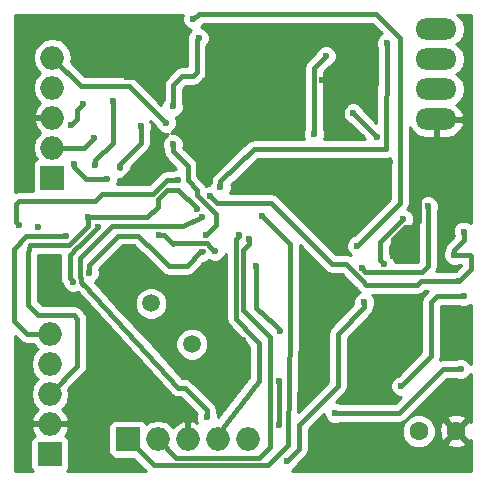
<source format=gbr>
G04 #@! TF.FileFunction,Copper,L2,Bot,Signal*
%FSLAX46Y46*%
G04 Gerber Fmt 4.6, Leading zero omitted, Abs format (unit mm)*
G04 Created by KiCad (PCBNEW 4.0.4-stable) date 06/04/17 23:31:50*
%MOMM*%
%LPD*%
G01*
G04 APERTURE LIST*
%ADD10C,0.100000*%
%ADD11C,1.600200*%
%ADD12C,1.500000*%
%ADD13O,3.500120X1.800860*%
%ADD14O,1.998980X1.998980*%
%ADD15R,1.998980X1.998980*%
%ADD16C,0.600000*%
%ADD17C,0.400000*%
%ADD18C,0.254000*%
G04 APERTURE END LIST*
D10*
D11*
X46969680Y-194066160D03*
X50144680Y-194066160D03*
D12*
X27750000Y-186700000D03*
X24299319Y-183249319D03*
D13*
X48442880Y-160050480D03*
X48442880Y-162590480D03*
X48442880Y-165130480D03*
X48442880Y-167670480D03*
D14*
X15740000Y-188375000D03*
D15*
X15740000Y-195995000D03*
D14*
X15740000Y-193455000D03*
X15740000Y-190915000D03*
X15740000Y-185835000D03*
X15940000Y-164985000D03*
D15*
X15940000Y-172605000D03*
D14*
X15940000Y-170065000D03*
X15940000Y-167525000D03*
X15940000Y-162445000D03*
X29960000Y-194745000D03*
D15*
X22340000Y-194745000D03*
D14*
X24880000Y-194745000D03*
X27420000Y-194745000D03*
X32500000Y-194745000D03*
D16*
X35160000Y-189860000D03*
X46880000Y-184310000D03*
X44520000Y-184600000D03*
X41840000Y-171620000D03*
X44550000Y-171270000D03*
X46730000Y-170250000D03*
X42150000Y-169170000D03*
X41600000Y-164275000D03*
X40610000Y-196195000D03*
X35150000Y-193560000D03*
X44820000Y-179265000D03*
X49510000Y-187535000D03*
X32100000Y-186340000D03*
X37350000Y-187380000D03*
X24470000Y-168790000D03*
X21630000Y-173030000D03*
X29260000Y-161890000D03*
X38790000Y-164295000D03*
X14732000Y-176784000D03*
X30226000Y-180594000D03*
X20066000Y-181356000D03*
X16002000Y-180594000D03*
X38650000Y-188900000D03*
X35500000Y-160440000D03*
X22275000Y-164045000D03*
X25820000Y-159510000D03*
X15200000Y-183075000D03*
X28460000Y-164995000D03*
X40070000Y-160525000D03*
X36030000Y-173615000D03*
X19480000Y-169225000D03*
X24960000Y-177445000D03*
X17700000Y-181420000D03*
X19800000Y-176820000D03*
X50800000Y-182626000D03*
X45466000Y-190246000D03*
X43434000Y-169164000D03*
X41402000Y-167132000D03*
X23410000Y-168270000D03*
X21660000Y-171740000D03*
X29718000Y-178816000D03*
X43990000Y-179870000D03*
X45650000Y-176120000D03*
X50540000Y-188790000D03*
X39900000Y-192540000D03*
X18990000Y-175945000D03*
X28170000Y-175295000D03*
X17100000Y-177500000D03*
X30180000Y-173395000D03*
X44270000Y-161185000D03*
X19020000Y-180655000D03*
X28590000Y-178895000D03*
X33190000Y-180060000D03*
X35180000Y-185590000D03*
X50770000Y-177180000D03*
X49960000Y-179125000D03*
X29310000Y-174155000D03*
X50390000Y-181375000D03*
X42122060Y-180252781D03*
X42350000Y-183160000D03*
X35814000Y-196596000D03*
X47752000Y-175006000D03*
X39116000Y-162306000D03*
X38100000Y-168910000D03*
X21050000Y-166140000D03*
X19560000Y-171560000D03*
X28940000Y-177450000D03*
X26170000Y-169745000D03*
X28320000Y-160785000D03*
X26120000Y-166565000D03*
X33660000Y-175885000D03*
X32630000Y-177830000D03*
X31780000Y-177440000D03*
X41730000Y-178375000D03*
X27890000Y-159175000D03*
X26550000Y-172785000D03*
X13130000Y-176650000D03*
X28630000Y-175955000D03*
X29040000Y-192905000D03*
X25570000Y-167980000D03*
X17780000Y-171450000D03*
X17526000Y-168148000D03*
X18542000Y-166370000D03*
X20574000Y-172720000D03*
D17*
X24970000Y-162720000D02*
X24970000Y-160360000D01*
X24970000Y-160360000D02*
X25820000Y-159510000D01*
X23645000Y-164045000D02*
X24970000Y-162720000D01*
X22275000Y-164045000D02*
X23645000Y-164045000D01*
X40760000Y-166560000D02*
X40760000Y-165115000D01*
X40760000Y-165115000D02*
X41600000Y-164275000D01*
X46970000Y-174190000D02*
X46970000Y-171130000D01*
X46970000Y-171130000D02*
X46945000Y-171105000D01*
X44820000Y-177798542D02*
X45798541Y-176820001D01*
X45798541Y-176820001D02*
X46399999Y-176820001D01*
X46399999Y-176820001D02*
X46970000Y-176250000D01*
X44820000Y-179265000D02*
X44820000Y-177798542D01*
X35160000Y-189860000D02*
X35160000Y-193550000D01*
X35160000Y-193550000D02*
X35150000Y-193560000D01*
X44520000Y-184600000D02*
X46590000Y-184600000D01*
X46590000Y-184600000D02*
X46880000Y-184310000D01*
X41840000Y-171620000D02*
X43820000Y-171620000D01*
X44170000Y-171270000D02*
X44550000Y-171270000D01*
X43820000Y-171620000D02*
X44170000Y-171270000D01*
X46730000Y-170250000D02*
X47060000Y-170250000D01*
X47060000Y-170250000D02*
X47230000Y-170420000D01*
X41830000Y-169000000D02*
X41980000Y-169000000D01*
X41060000Y-168230000D02*
X41830000Y-169000000D01*
X40490000Y-168230000D02*
X41060000Y-168230000D01*
X41980000Y-169000000D02*
X42150000Y-169170000D01*
X40490000Y-166830000D02*
X40490000Y-168230000D01*
X40760000Y-166560000D02*
X40490000Y-166830000D01*
X40490000Y-168230000D02*
X40550000Y-168290000D01*
X46945000Y-171105000D02*
X47230000Y-170820000D01*
X47230000Y-170820000D02*
X47230000Y-170420000D01*
X48442880Y-169207120D02*
X48442880Y-167670480D01*
X47230000Y-170420000D02*
X48442880Y-169207120D01*
X46970000Y-174190000D02*
X46945000Y-174165000D01*
X46945000Y-174165000D02*
X46940000Y-174160000D01*
X46970000Y-176250000D02*
X46970000Y-174190000D01*
X21630000Y-173030000D02*
X22100000Y-172560000D01*
X22100000Y-172560000D02*
X22130000Y-172560000D01*
X22130000Y-172560000D02*
X24470000Y-170220000D01*
X24470000Y-170220000D02*
X24470000Y-168790000D01*
X22275000Y-164045000D02*
X22270000Y-164040000D01*
X15090000Y-183185000D02*
X15090000Y-183205000D01*
X15200000Y-183075000D02*
X15090000Y-183185000D01*
X18640000Y-170065000D02*
X15940000Y-170065000D01*
X19480000Y-169225000D02*
X18640000Y-170065000D01*
X19470001Y-177119999D02*
X18161273Y-178428727D01*
X18161273Y-178428727D02*
X18068876Y-178490885D01*
X18068876Y-178490885D02*
X17400001Y-179159760D01*
X17400001Y-179159760D02*
X17400001Y-181120001D01*
X17400001Y-181120001D02*
X17700000Y-181420000D01*
X19800000Y-176820000D02*
X19500001Y-177119999D01*
X19500001Y-177119999D02*
X19470001Y-177119999D01*
X26199264Y-178260000D02*
X26291264Y-178168000D01*
X26291264Y-178168000D02*
X29070000Y-178168000D01*
X29070000Y-178168000D02*
X29418001Y-178516001D01*
X29418001Y-178516001D02*
X29718000Y-178816000D01*
X24960000Y-177445000D02*
X25384264Y-177445000D01*
X25384264Y-177445000D02*
X26199264Y-178260000D01*
X19800000Y-176820000D02*
X19740000Y-176880000D01*
X48514000Y-182626000D02*
X50800000Y-182626000D01*
X48006000Y-183134000D02*
X48514000Y-182626000D01*
X48006000Y-187706000D02*
X48006000Y-183134000D01*
X46228000Y-189484000D02*
X48006000Y-187706000D01*
X45466000Y-190246000D02*
X46228000Y-189484000D01*
X43180000Y-168910000D02*
X43434000Y-169164000D01*
X41402000Y-167132000D02*
X43180000Y-168910000D01*
X21660000Y-171740000D02*
X21660000Y-171460000D01*
X23420000Y-168280000D02*
X23410000Y-168270000D01*
X23420000Y-169700000D02*
X23420000Y-168280000D01*
X21660000Y-171460000D02*
X23420000Y-169700000D01*
X21640000Y-171760000D02*
X21630000Y-171760000D01*
X21660000Y-171740000D02*
X21640000Y-171760000D01*
X29718000Y-178816000D02*
X29718000Y-178756000D01*
X43990000Y-179870000D02*
X43690001Y-179570001D01*
X43690001Y-179570001D02*
X43690001Y-178079999D01*
X43690001Y-178079999D02*
X43710000Y-178060000D01*
X43710000Y-178060000D02*
X45650000Y-176120000D01*
X39900000Y-192540000D02*
X45260000Y-192540000D01*
X45260000Y-192540000D02*
X48990000Y-188810000D01*
X50520000Y-188810000D02*
X50540000Y-188790000D01*
X48990000Y-188810000D02*
X50520000Y-188810000D01*
X13900000Y-179010000D02*
X13900000Y-183350000D01*
X18070000Y-188585000D02*
X15740000Y-190915000D01*
X18070000Y-184550000D02*
X18070000Y-188585000D01*
X17740000Y-184220000D02*
X18070000Y-184550000D01*
X14770000Y-184220000D02*
X17740000Y-184220000D01*
X13900000Y-183350000D02*
X14770000Y-184220000D01*
X18990000Y-175945000D02*
X18990000Y-176680000D01*
X13900000Y-179010000D02*
X13910000Y-179040000D01*
X14050000Y-178300000D02*
X13900000Y-179010000D01*
X17370000Y-178300000D02*
X14050000Y-178300000D01*
X18990000Y-176680000D02*
X17370000Y-178300000D01*
X18970000Y-175965000D02*
X18990000Y-175945000D01*
X28170000Y-175205000D02*
X26620000Y-173655000D01*
X26620000Y-173655000D02*
X25650000Y-173655000D01*
X25650000Y-173655000D02*
X24860000Y-174445000D01*
X24860000Y-174445000D02*
X24860000Y-175085000D01*
X24860000Y-175085000D02*
X24000000Y-175945000D01*
X24000000Y-175945000D02*
X18990000Y-175945000D01*
X18990000Y-175945000D02*
X18970000Y-175965000D01*
X28170000Y-175295000D02*
X28170000Y-175205000D01*
X17010872Y-177501857D02*
X17098143Y-177501857D01*
X17098143Y-177501857D02*
X17100000Y-177500000D01*
X12690000Y-183610000D02*
X12690000Y-184760000D01*
X13740000Y-177570000D02*
X12690000Y-178620000D01*
X12690000Y-178620000D02*
X12690000Y-183610000D01*
X17010872Y-177501857D02*
X13740000Y-177570000D01*
X13765000Y-185835000D02*
X15740000Y-185835000D01*
X12690000Y-184760000D02*
X13765000Y-185835000D01*
X17100000Y-177500000D02*
X17100000Y-177510000D01*
X30180000Y-173395000D02*
X30180000Y-172925000D01*
X44300000Y-161215000D02*
X44270000Y-161185000D01*
X44196000Y-170180000D02*
X44300000Y-161215000D01*
X37840000Y-170200000D02*
X44196000Y-170180000D01*
X35306000Y-170180000D02*
X37840000Y-170200000D01*
X34036000Y-170180000D02*
X35306000Y-170180000D01*
X33020000Y-170180000D02*
X34036000Y-170180000D01*
X30180000Y-172925000D02*
X33020000Y-170180000D01*
X19070000Y-179975000D02*
X19070000Y-180605000D01*
X19070000Y-180605000D02*
X19020000Y-180655000D01*
X24010000Y-178285000D02*
X23960000Y-178285000D01*
X28570000Y-178815000D02*
X27330000Y-180055000D01*
X27330000Y-180055000D02*
X25780000Y-180055000D01*
X25780000Y-180055000D02*
X24010000Y-178285000D01*
X28720000Y-178815000D02*
X28670000Y-178815000D01*
X28590000Y-178895000D02*
X28670000Y-178815000D01*
X28720000Y-178815000D02*
X28570000Y-178815000D01*
X21540000Y-177505000D02*
X19070000Y-179975000D01*
X23180000Y-177505000D02*
X21540000Y-177505000D01*
X23960000Y-178285000D02*
X23180000Y-177505000D01*
X35180000Y-185590000D02*
X35180000Y-185470000D01*
X33190000Y-183630000D02*
X34680000Y-184970000D01*
X33190000Y-180060000D02*
X33190000Y-183630000D01*
X35180000Y-185470000D02*
X34680000Y-184970000D01*
X50770000Y-177890736D02*
X50770000Y-177180000D01*
X49960000Y-179125000D02*
X49960000Y-178700736D01*
X49960000Y-178700736D02*
X50770000Y-177890736D01*
X40814645Y-179895156D02*
X39630156Y-179895156D01*
X39630156Y-179895156D02*
X34450000Y-174715000D01*
X46820000Y-181670000D02*
X42520000Y-181670000D01*
X42520000Y-181670000D02*
X42210000Y-181360000D01*
X47115000Y-181375000D02*
X46820000Y-181670000D01*
X50390000Y-181375000D02*
X47115000Y-181375000D01*
X49960000Y-179125000D02*
X51290000Y-179125000D01*
X51390000Y-180375000D02*
X50390000Y-181375000D01*
X51390000Y-179225000D02*
X51390000Y-180375000D01*
X51290000Y-179125000D02*
X51390000Y-179225000D01*
X49980000Y-179105000D02*
X49980000Y-179075000D01*
X49960000Y-179125000D02*
X49980000Y-179105000D01*
X40814645Y-179895156D02*
X42210000Y-181360000D01*
X29880000Y-174715000D02*
X34450000Y-174715000D01*
X29310000Y-174145000D02*
X29880000Y-174715000D01*
X29310000Y-174155000D02*
X29310000Y-174145000D01*
X38100000Y-168910000D02*
X38100000Y-168485736D01*
X38089999Y-168475735D02*
X38089999Y-163332001D01*
X38100000Y-168485736D02*
X38089999Y-168475735D01*
X38089999Y-163332001D02*
X38816001Y-162605999D01*
X38816001Y-162605999D02*
X39116000Y-162306000D01*
X42122060Y-180252781D02*
X42439280Y-180570001D01*
X42439280Y-180570001D02*
X47220001Y-180570001D01*
X47220001Y-180570001D02*
X47244000Y-180594000D01*
X42350000Y-183160000D02*
X42350000Y-183584264D01*
X42350000Y-183584264D02*
X40132000Y-185802264D01*
X40132000Y-185802264D02*
X40132000Y-190246000D01*
X40132000Y-190246000D02*
X36830000Y-193548000D01*
X36830000Y-193548000D02*
X36830000Y-195580000D01*
X36830000Y-195580000D02*
X35814000Y-196596000D01*
X47752000Y-180086000D02*
X47244000Y-180594000D01*
X47752000Y-175006000D02*
X47752000Y-180086000D01*
X19560000Y-171560000D02*
X19560000Y-171135736D01*
X19560000Y-171135736D02*
X21050000Y-169645736D01*
X21050000Y-169645736D02*
X21050000Y-166564264D01*
X21050000Y-166564264D02*
X21050000Y-166140000D01*
X28940000Y-177450000D02*
X29820000Y-176570000D01*
X29820000Y-176570000D02*
X29820000Y-175720000D01*
X29820000Y-175720000D02*
X28200000Y-174100000D01*
X27390000Y-171605000D02*
X26170000Y-170385000D01*
X28200000Y-174100000D02*
X28200000Y-173645000D01*
X28200000Y-173645000D02*
X27390000Y-172835000D01*
X27390000Y-172835000D02*
X27390000Y-171605000D01*
X26170000Y-170385000D02*
X26170000Y-170330000D01*
X26170000Y-170330000D02*
X26170000Y-169745000D01*
X28150000Y-160955000D02*
X28320000Y-160785000D01*
X28150000Y-163685000D02*
X28150000Y-160955000D01*
X27830000Y-164005000D02*
X28150000Y-163685000D01*
X26910000Y-164005000D02*
X27830000Y-164005000D01*
X26200000Y-164715000D02*
X26910000Y-164005000D01*
X26200000Y-166485000D02*
X26200000Y-164715000D01*
X26120000Y-166565000D02*
X26200000Y-166485000D01*
X22340000Y-194745000D02*
X24540000Y-196945000D01*
X36040000Y-178255000D02*
X33670000Y-175885000D01*
X24540000Y-196945000D02*
X34225000Y-196945000D01*
X34225000Y-196945000D02*
X35900000Y-195270000D01*
X35900000Y-195270000D02*
X35900000Y-194610000D01*
X35900000Y-194610000D02*
X36040000Y-185500000D01*
X36040000Y-185500000D02*
X36040000Y-178255000D01*
X33670000Y-175885000D02*
X33660000Y-175885000D01*
X32070000Y-178740000D02*
X32630000Y-178180000D01*
X32630000Y-178180000D02*
X32630000Y-177830000D01*
X32070000Y-183382575D02*
X32070000Y-178740000D01*
X24880000Y-194745000D02*
X26450000Y-196315000D01*
X26450000Y-196315000D02*
X33455000Y-196315000D01*
X33455000Y-196315000D02*
X34360000Y-195410000D01*
X34360000Y-195410000D02*
X34360000Y-186120000D01*
X34360000Y-186120000D02*
X32082101Y-183842101D01*
X32082101Y-183842101D02*
X32070000Y-183382575D01*
X33460000Y-189810000D02*
X33460000Y-186610000D01*
X33460000Y-186610000D02*
X33010000Y-186160000D01*
X31469990Y-177830010D02*
X31780000Y-177520000D01*
X31780000Y-177520000D02*
X31780000Y-177440000D01*
X31500000Y-184530000D02*
X31469990Y-184499990D01*
X31469990Y-184499990D02*
X31469990Y-177830010D01*
X33460000Y-189810000D02*
X29960000Y-194265000D01*
X31500000Y-184530000D02*
X33010000Y-186160000D01*
X29960000Y-194265000D02*
X29960000Y-194745000D01*
X41730000Y-178375000D02*
X45380000Y-174725000D01*
X45380000Y-174725000D02*
X45380000Y-160745000D01*
X45380000Y-160745000D02*
X43360000Y-158725000D01*
X43360000Y-158725000D02*
X28340000Y-158725000D01*
X28340000Y-158725000D02*
X27890000Y-159175000D01*
X20170000Y-173950000D02*
X24506458Y-173950000D01*
X25671458Y-172785000D02*
X26125736Y-172785000D01*
X24506458Y-173950000D02*
X25671458Y-172785000D01*
X26125736Y-172785000D02*
X26550000Y-172785000D01*
X19570000Y-174550000D02*
X20170000Y-173950000D01*
X13100002Y-174550000D02*
X19570000Y-174550000D01*
X12830001Y-174820001D02*
X13100002Y-174550000D01*
X13130000Y-176650000D02*
X12830001Y-176350001D01*
X12830001Y-176350001D02*
X12830001Y-174820001D01*
X26550000Y-172785000D02*
X26560000Y-172785000D01*
X26560000Y-172785000D02*
X26520000Y-172745000D01*
X13070000Y-176590000D02*
X13130000Y-176650000D01*
X20960000Y-176730000D02*
X26990000Y-176730000D01*
X26990000Y-176730000D02*
X27150000Y-176570000D01*
X18319999Y-179370001D02*
X20960000Y-176730000D01*
X18620000Y-181650000D02*
X18580000Y-181650000D01*
X18580000Y-181650000D02*
X18400001Y-181470001D01*
X18400001Y-181470001D02*
X18400001Y-181071003D01*
X18400001Y-181071003D02*
X18319999Y-180991001D01*
X18319999Y-180991001D02*
X18319999Y-179370001D01*
X27135000Y-190375000D02*
X29040000Y-192280000D01*
X29040000Y-192280000D02*
X29040000Y-192905000D01*
X26580000Y-190375000D02*
X27135000Y-190375000D01*
X28630000Y-175955000D02*
X27150000Y-176570000D01*
X18620000Y-181650000D02*
X26580000Y-190375000D01*
X25570000Y-167980000D02*
X22440000Y-164850000D01*
X22440000Y-164850000D02*
X18345000Y-164850000D01*
X18345000Y-164850000D02*
X15940000Y-162445000D01*
X18034000Y-167640000D02*
X18034000Y-166878000D01*
X18796000Y-172720000D02*
X17780000Y-171704000D01*
X17780000Y-171704000D02*
X17780000Y-171450000D01*
X17526000Y-168148000D02*
X18034000Y-167640000D01*
X20574000Y-172720000D02*
X18796000Y-172720000D01*
X18034000Y-166878000D02*
X18542000Y-166370000D01*
D18*
G36*
X51385000Y-193307990D02*
X51152497Y-193237948D01*
X50324285Y-194066160D01*
X51152497Y-194894372D01*
X51385000Y-194824330D01*
X51385000Y-197435000D01*
X36231897Y-197435000D01*
X36342943Y-197389117D01*
X36606192Y-197126327D01*
X36706778Y-196884090D01*
X37420434Y-196170434D01*
X37460815Y-196110000D01*
X37601439Y-195899541D01*
X37665000Y-195580000D01*
X37665000Y-194350367D01*
X45534332Y-194350367D01*
X45752352Y-194878017D01*
X46155700Y-195282069D01*
X46682969Y-195501010D01*
X47253887Y-195501508D01*
X47781537Y-195283488D01*
X47991413Y-195073977D01*
X49316468Y-195073977D01*
X49390615Y-195320107D01*
X49927880Y-195513224D01*
X50498150Y-195486039D01*
X50898745Y-195320107D01*
X50972892Y-195073977D01*
X50144680Y-194245765D01*
X49316468Y-195073977D01*
X47991413Y-195073977D01*
X48185589Y-194880140D01*
X48404530Y-194352871D01*
X48404969Y-193849360D01*
X48697616Y-193849360D01*
X48724801Y-194419630D01*
X48890733Y-194820225D01*
X49136863Y-194894372D01*
X49965075Y-194066160D01*
X49136863Y-193237948D01*
X48890733Y-193312095D01*
X48697616Y-193849360D01*
X48404969Y-193849360D01*
X48405028Y-193781953D01*
X48187008Y-193254303D01*
X47991390Y-193058343D01*
X49316468Y-193058343D01*
X50144680Y-193886555D01*
X50972892Y-193058343D01*
X50898745Y-192812213D01*
X50361480Y-192619096D01*
X49791210Y-192646281D01*
X49390615Y-192812213D01*
X49316468Y-193058343D01*
X47991390Y-193058343D01*
X47783660Y-192850251D01*
X47256391Y-192631310D01*
X46685473Y-192630812D01*
X46157823Y-192848832D01*
X45753771Y-193252180D01*
X45534830Y-193779449D01*
X45534332Y-194350367D01*
X37665000Y-194350367D01*
X37665000Y-193893868D01*
X38964952Y-192593916D01*
X38964838Y-192725167D01*
X39106883Y-193068943D01*
X39369673Y-193332192D01*
X39713201Y-193474838D01*
X40085167Y-193475162D01*
X40327578Y-193375000D01*
X45260000Y-193375000D01*
X45579541Y-193311439D01*
X45850434Y-193130434D01*
X49335868Y-189645000D01*
X50160931Y-189645000D01*
X50353201Y-189724838D01*
X50725167Y-189725162D01*
X51068943Y-189583117D01*
X51332192Y-189320327D01*
X51385000Y-189193152D01*
X51385000Y-193307990D01*
X51385000Y-193307990D01*
G37*
X51385000Y-193307990D02*
X51152497Y-193237948D01*
X50324285Y-194066160D01*
X51152497Y-194894372D01*
X51385000Y-194824330D01*
X51385000Y-197435000D01*
X36231897Y-197435000D01*
X36342943Y-197389117D01*
X36606192Y-197126327D01*
X36706778Y-196884090D01*
X37420434Y-196170434D01*
X37460815Y-196110000D01*
X37601439Y-195899541D01*
X37665000Y-195580000D01*
X37665000Y-194350367D01*
X45534332Y-194350367D01*
X45752352Y-194878017D01*
X46155700Y-195282069D01*
X46682969Y-195501010D01*
X47253887Y-195501508D01*
X47781537Y-195283488D01*
X47991413Y-195073977D01*
X49316468Y-195073977D01*
X49390615Y-195320107D01*
X49927880Y-195513224D01*
X50498150Y-195486039D01*
X50898745Y-195320107D01*
X50972892Y-195073977D01*
X50144680Y-194245765D01*
X49316468Y-195073977D01*
X47991413Y-195073977D01*
X48185589Y-194880140D01*
X48404530Y-194352871D01*
X48404969Y-193849360D01*
X48697616Y-193849360D01*
X48724801Y-194419630D01*
X48890733Y-194820225D01*
X49136863Y-194894372D01*
X49965075Y-194066160D01*
X49136863Y-193237948D01*
X48890733Y-193312095D01*
X48697616Y-193849360D01*
X48404969Y-193849360D01*
X48405028Y-193781953D01*
X48187008Y-193254303D01*
X47991390Y-193058343D01*
X49316468Y-193058343D01*
X50144680Y-193886555D01*
X50972892Y-193058343D01*
X50898745Y-192812213D01*
X50361480Y-192619096D01*
X49791210Y-192646281D01*
X49390615Y-192812213D01*
X49316468Y-193058343D01*
X47991390Y-193058343D01*
X47783660Y-192850251D01*
X47256391Y-192631310D01*
X46685473Y-192630812D01*
X46157823Y-192848832D01*
X45753771Y-193252180D01*
X45534830Y-193779449D01*
X45534332Y-194350367D01*
X37665000Y-194350367D01*
X37665000Y-193893868D01*
X38964952Y-192593916D01*
X38964838Y-192725167D01*
X39106883Y-193068943D01*
X39369673Y-193332192D01*
X39713201Y-193474838D01*
X40085167Y-193475162D01*
X40327578Y-193375000D01*
X45260000Y-193375000D01*
X45579541Y-193311439D01*
X45850434Y-193130434D01*
X49335868Y-189645000D01*
X50160931Y-189645000D01*
X50353201Y-189724838D01*
X50725167Y-189725162D01*
X51068943Y-189583117D01*
X51332192Y-189320327D01*
X51385000Y-189193152D01*
X51385000Y-193307990D01*
G36*
X16565001Y-179159760D02*
X16565001Y-181120001D01*
X16628562Y-181439542D01*
X16806335Y-181705598D01*
X16906883Y-181948943D01*
X17169673Y-182212192D01*
X17513201Y-182354838D01*
X17885167Y-182355162D01*
X18055770Y-182284670D01*
X18088985Y-182306863D01*
X25963143Y-190937772D01*
X25978778Y-190949289D01*
X25989566Y-190965434D01*
X26109413Y-191045513D01*
X26225462Y-191130994D01*
X26244313Y-191135650D01*
X26260459Y-191146439D01*
X26401835Y-191174561D01*
X26541756Y-191209123D01*
X26560953Y-191206211D01*
X26580000Y-191210000D01*
X26789132Y-191210000D01*
X28161546Y-192582414D01*
X28105162Y-192718201D01*
X28104838Y-193090167D01*
X28209574Y-193343648D01*
X27800355Y-193155373D01*
X27547000Y-193274193D01*
X27547000Y-194618000D01*
X27567000Y-194618000D01*
X27567000Y-194872000D01*
X27547000Y-194872000D01*
X27547000Y-194892000D01*
X27293000Y-194892000D01*
X27293000Y-194872000D01*
X27273000Y-194872000D01*
X27273000Y-194618000D01*
X27293000Y-194618000D01*
X27293000Y-193274193D01*
X27039645Y-193155373D01*
X26460274Y-193421932D01*
X26167379Y-193738300D01*
X26067781Y-193589241D01*
X25537514Y-193234928D01*
X24912022Y-193110510D01*
X24847978Y-193110510D01*
X24222486Y-193234928D01*
X23902923Y-193448453D01*
X23803580Y-193294069D01*
X23591380Y-193149079D01*
X23339490Y-193098070D01*
X21340510Y-193098070D01*
X21105193Y-193142348D01*
X20889069Y-193281420D01*
X20744079Y-193493620D01*
X20693070Y-193745510D01*
X20693070Y-195744490D01*
X20737348Y-195979807D01*
X20876420Y-196195931D01*
X21088620Y-196340921D01*
X21340510Y-196391930D01*
X22806062Y-196391930D01*
X23849132Y-197435000D01*
X17207043Y-197435000D01*
X17335921Y-197246380D01*
X17386930Y-196994490D01*
X17386930Y-194995510D01*
X17342652Y-194760193D01*
X17203580Y-194544069D01*
X17042351Y-194433906D01*
X17063068Y-194414726D01*
X17329627Y-193835355D01*
X17210807Y-193582000D01*
X15867000Y-193582000D01*
X15867000Y-193602000D01*
X15613000Y-193602000D01*
X15613000Y-193582000D01*
X14269193Y-193582000D01*
X14150373Y-193835355D01*
X14416932Y-194414726D01*
X14438863Y-194435030D01*
X14289069Y-194531420D01*
X14144079Y-194743620D01*
X14093070Y-194995510D01*
X14093070Y-196994490D01*
X14137348Y-197229807D01*
X14269386Y-197435000D01*
X12750000Y-197435000D01*
X12750000Y-186000868D01*
X13174566Y-186425434D01*
X13445460Y-186606440D01*
X13765000Y-186670000D01*
X14348520Y-186670000D01*
X14584241Y-187022781D01*
X14707290Y-187105000D01*
X14584241Y-187187219D01*
X14229928Y-187717486D01*
X14105510Y-188342978D01*
X14105510Y-188407022D01*
X14229928Y-189032514D01*
X14584241Y-189562781D01*
X14707290Y-189645000D01*
X14584241Y-189727219D01*
X14229928Y-190257486D01*
X14105510Y-190882978D01*
X14105510Y-190947022D01*
X14229928Y-191572514D01*
X14584241Y-192102781D01*
X14733300Y-192202379D01*
X14416932Y-192495274D01*
X14150373Y-193074645D01*
X14269193Y-193328000D01*
X15613000Y-193328000D01*
X15613000Y-193308000D01*
X15867000Y-193308000D01*
X15867000Y-193328000D01*
X17210807Y-193328000D01*
X17329627Y-193074645D01*
X17063068Y-192495274D01*
X16746700Y-192202379D01*
X16895759Y-192102781D01*
X17250072Y-191572514D01*
X17374490Y-190947022D01*
X17374490Y-190882978D01*
X17304542Y-190531326D01*
X18660434Y-189175434D01*
X18841440Y-188904540D01*
X18905000Y-188585000D01*
X18905000Y-184550000D01*
X18841439Y-184230459D01*
X18660434Y-183959566D01*
X18330434Y-183629566D01*
X18227575Y-183560838D01*
X18059541Y-183448561D01*
X17740000Y-183385000D01*
X15115868Y-183385000D01*
X14735000Y-183004132D01*
X14735000Y-179135000D01*
X16569926Y-179135000D01*
X16565001Y-179159760D01*
X16565001Y-179159760D01*
G37*
X16565001Y-179159760D02*
X16565001Y-181120001D01*
X16628562Y-181439542D01*
X16806335Y-181705598D01*
X16906883Y-181948943D01*
X17169673Y-182212192D01*
X17513201Y-182354838D01*
X17885167Y-182355162D01*
X18055770Y-182284670D01*
X18088985Y-182306863D01*
X25963143Y-190937772D01*
X25978778Y-190949289D01*
X25989566Y-190965434D01*
X26109413Y-191045513D01*
X26225462Y-191130994D01*
X26244313Y-191135650D01*
X26260459Y-191146439D01*
X26401835Y-191174561D01*
X26541756Y-191209123D01*
X26560953Y-191206211D01*
X26580000Y-191210000D01*
X26789132Y-191210000D01*
X28161546Y-192582414D01*
X28105162Y-192718201D01*
X28104838Y-193090167D01*
X28209574Y-193343648D01*
X27800355Y-193155373D01*
X27547000Y-193274193D01*
X27547000Y-194618000D01*
X27567000Y-194618000D01*
X27567000Y-194872000D01*
X27547000Y-194872000D01*
X27547000Y-194892000D01*
X27293000Y-194892000D01*
X27293000Y-194872000D01*
X27273000Y-194872000D01*
X27273000Y-194618000D01*
X27293000Y-194618000D01*
X27293000Y-193274193D01*
X27039645Y-193155373D01*
X26460274Y-193421932D01*
X26167379Y-193738300D01*
X26067781Y-193589241D01*
X25537514Y-193234928D01*
X24912022Y-193110510D01*
X24847978Y-193110510D01*
X24222486Y-193234928D01*
X23902923Y-193448453D01*
X23803580Y-193294069D01*
X23591380Y-193149079D01*
X23339490Y-193098070D01*
X21340510Y-193098070D01*
X21105193Y-193142348D01*
X20889069Y-193281420D01*
X20744079Y-193493620D01*
X20693070Y-193745510D01*
X20693070Y-195744490D01*
X20737348Y-195979807D01*
X20876420Y-196195931D01*
X21088620Y-196340921D01*
X21340510Y-196391930D01*
X22806062Y-196391930D01*
X23849132Y-197435000D01*
X17207043Y-197435000D01*
X17335921Y-197246380D01*
X17386930Y-196994490D01*
X17386930Y-194995510D01*
X17342652Y-194760193D01*
X17203580Y-194544069D01*
X17042351Y-194433906D01*
X17063068Y-194414726D01*
X17329627Y-193835355D01*
X17210807Y-193582000D01*
X15867000Y-193582000D01*
X15867000Y-193602000D01*
X15613000Y-193602000D01*
X15613000Y-193582000D01*
X14269193Y-193582000D01*
X14150373Y-193835355D01*
X14416932Y-194414726D01*
X14438863Y-194435030D01*
X14289069Y-194531420D01*
X14144079Y-194743620D01*
X14093070Y-194995510D01*
X14093070Y-196994490D01*
X14137348Y-197229807D01*
X14269386Y-197435000D01*
X12750000Y-197435000D01*
X12750000Y-186000868D01*
X13174566Y-186425434D01*
X13445460Y-186606440D01*
X13765000Y-186670000D01*
X14348520Y-186670000D01*
X14584241Y-187022781D01*
X14707290Y-187105000D01*
X14584241Y-187187219D01*
X14229928Y-187717486D01*
X14105510Y-188342978D01*
X14105510Y-188407022D01*
X14229928Y-189032514D01*
X14584241Y-189562781D01*
X14707290Y-189645000D01*
X14584241Y-189727219D01*
X14229928Y-190257486D01*
X14105510Y-190882978D01*
X14105510Y-190947022D01*
X14229928Y-191572514D01*
X14584241Y-192102781D01*
X14733300Y-192202379D01*
X14416932Y-192495274D01*
X14150373Y-193074645D01*
X14269193Y-193328000D01*
X15613000Y-193328000D01*
X15613000Y-193308000D01*
X15867000Y-193308000D01*
X15867000Y-193328000D01*
X17210807Y-193328000D01*
X17329627Y-193074645D01*
X17063068Y-192495274D01*
X16746700Y-192202379D01*
X16895759Y-192102781D01*
X17250072Y-191572514D01*
X17374490Y-190947022D01*
X17374490Y-190882978D01*
X17304542Y-190531326D01*
X18660434Y-189175434D01*
X18841440Y-188904540D01*
X18905000Y-188585000D01*
X18905000Y-184550000D01*
X18841439Y-184230459D01*
X18660434Y-183959566D01*
X18330434Y-183629566D01*
X18227575Y-183560838D01*
X18059541Y-183448561D01*
X17740000Y-183385000D01*
X15115868Y-183385000D01*
X14735000Y-183004132D01*
X14735000Y-179135000D01*
X16569926Y-179135000D01*
X16565001Y-179159760D01*
G36*
X23369566Y-178875434D02*
X23520250Y-178976118D01*
X25189566Y-180645434D01*
X25460459Y-180826439D01*
X25780000Y-180890000D01*
X27330000Y-180890000D01*
X27649541Y-180826439D01*
X27920434Y-180645434D01*
X28735740Y-179830128D01*
X28775167Y-179830162D01*
X29118943Y-179688117D01*
X29195678Y-179611516D01*
X29531201Y-179750838D01*
X29903167Y-179751162D01*
X30246943Y-179609117D01*
X30510192Y-179346327D01*
X30634990Y-179045782D01*
X30634990Y-184499990D01*
X30698551Y-184819531D01*
X30859009Y-185059673D01*
X30879556Y-185090424D01*
X30898283Y-185109151D01*
X32397449Y-186727455D01*
X32410565Y-186736963D01*
X32419566Y-186750434D01*
X32625000Y-186955868D01*
X32625000Y-189521227D01*
X29975010Y-192894287D01*
X29975162Y-192719833D01*
X29875000Y-192477422D01*
X29875000Y-192280000D01*
X29811439Y-191960459D01*
X29630434Y-191689566D01*
X27725434Y-189784566D01*
X27639608Y-189727219D01*
X27454541Y-189603561D01*
X27135000Y-189540000D01*
X26948498Y-189540000D01*
X24607743Y-186974285D01*
X26364760Y-186974285D01*
X26575169Y-187483515D01*
X26964436Y-187873461D01*
X27473298Y-188084759D01*
X28024285Y-188085240D01*
X28533515Y-187874831D01*
X28923461Y-187485564D01*
X29134759Y-186976702D01*
X29135240Y-186425715D01*
X28924831Y-185916485D01*
X28535564Y-185526539D01*
X28026702Y-185315241D01*
X27475715Y-185314760D01*
X26966485Y-185525169D01*
X26576539Y-185914436D01*
X26365241Y-186423298D01*
X26364760Y-186974285D01*
X24607743Y-186974285D01*
X21459615Y-183523604D01*
X22914079Y-183523604D01*
X23124488Y-184032834D01*
X23513755Y-184422780D01*
X24022617Y-184634078D01*
X24573604Y-184634559D01*
X25082834Y-184424150D01*
X25472780Y-184034883D01*
X25684078Y-183526021D01*
X25684559Y-182975034D01*
X25474150Y-182465804D01*
X25084883Y-182075858D01*
X24576021Y-181864560D01*
X24025034Y-181864079D01*
X23515804Y-182074488D01*
X23125858Y-182463755D01*
X22914560Y-182972617D01*
X22914079Y-183523604D01*
X21459615Y-183523604D01*
X19557924Y-181439151D01*
X19812192Y-181185327D01*
X19954838Y-180841799D01*
X19955162Y-180469833D01*
X19905000Y-180348431D01*
X19905000Y-180320868D01*
X21885869Y-178340000D01*
X22834132Y-178340000D01*
X23369566Y-178875434D01*
X23369566Y-178875434D01*
G37*
X23369566Y-178875434D02*
X23520250Y-178976118D01*
X25189566Y-180645434D01*
X25460459Y-180826439D01*
X25780000Y-180890000D01*
X27330000Y-180890000D01*
X27649541Y-180826439D01*
X27920434Y-180645434D01*
X28735740Y-179830128D01*
X28775167Y-179830162D01*
X29118943Y-179688117D01*
X29195678Y-179611516D01*
X29531201Y-179750838D01*
X29903167Y-179751162D01*
X30246943Y-179609117D01*
X30510192Y-179346327D01*
X30634990Y-179045782D01*
X30634990Y-184499990D01*
X30698551Y-184819531D01*
X30859009Y-185059673D01*
X30879556Y-185090424D01*
X30898283Y-185109151D01*
X32397449Y-186727455D01*
X32410565Y-186736963D01*
X32419566Y-186750434D01*
X32625000Y-186955868D01*
X32625000Y-189521227D01*
X29975010Y-192894287D01*
X29975162Y-192719833D01*
X29875000Y-192477422D01*
X29875000Y-192280000D01*
X29811439Y-191960459D01*
X29630434Y-191689566D01*
X27725434Y-189784566D01*
X27639608Y-189727219D01*
X27454541Y-189603561D01*
X27135000Y-189540000D01*
X26948498Y-189540000D01*
X24607743Y-186974285D01*
X26364760Y-186974285D01*
X26575169Y-187483515D01*
X26964436Y-187873461D01*
X27473298Y-188084759D01*
X28024285Y-188085240D01*
X28533515Y-187874831D01*
X28923461Y-187485564D01*
X29134759Y-186976702D01*
X29135240Y-186425715D01*
X28924831Y-185916485D01*
X28535564Y-185526539D01*
X28026702Y-185315241D01*
X27475715Y-185314760D01*
X26966485Y-185525169D01*
X26576539Y-185914436D01*
X26365241Y-186423298D01*
X26364760Y-186974285D01*
X24607743Y-186974285D01*
X21459615Y-183523604D01*
X22914079Y-183523604D01*
X23124488Y-184032834D01*
X23513755Y-184422780D01*
X24022617Y-184634078D01*
X24573604Y-184634559D01*
X25082834Y-184424150D01*
X25472780Y-184034883D01*
X25684078Y-183526021D01*
X25684559Y-182975034D01*
X25474150Y-182465804D01*
X25084883Y-182075858D01*
X24576021Y-181864560D01*
X24025034Y-181864079D01*
X23515804Y-182074488D01*
X23125858Y-182463755D01*
X22914560Y-182972617D01*
X22914079Y-183523604D01*
X21459615Y-183523604D01*
X19557924Y-181439151D01*
X19812192Y-181185327D01*
X19954838Y-180841799D01*
X19955162Y-180469833D01*
X19905000Y-180348431D01*
X19905000Y-180320868D01*
X21885869Y-178340000D01*
X22834132Y-178340000D01*
X23369566Y-178875434D01*
G36*
X39039722Y-180485590D02*
X39310615Y-180666595D01*
X39630156Y-180730156D01*
X40456835Y-180730156D01*
X41605400Y-181935920D01*
X41613836Y-181941858D01*
X41619566Y-181950434D01*
X41929566Y-182260434D01*
X41986544Y-182298505D01*
X41821057Y-182366883D01*
X41557808Y-182629673D01*
X41415162Y-182973201D01*
X41414844Y-183338552D01*
X39541566Y-185211830D01*
X39360561Y-185482723D01*
X39297000Y-185802264D01*
X39297000Y-189900132D01*
X36768623Y-192428509D01*
X36874901Y-185512830D01*
X36873726Y-185506407D01*
X36875000Y-185500000D01*
X36875000Y-178320868D01*
X39039722Y-180485590D01*
X39039722Y-180485590D01*
G37*
X39039722Y-180485590D02*
X39310615Y-180666595D01*
X39630156Y-180730156D01*
X40456835Y-180730156D01*
X41605400Y-181935920D01*
X41613836Y-181941858D01*
X41619566Y-181950434D01*
X41929566Y-182260434D01*
X41986544Y-182298505D01*
X41821057Y-182366883D01*
X41557808Y-182629673D01*
X41415162Y-182973201D01*
X41414844Y-183338552D01*
X39541566Y-185211830D01*
X39360561Y-185482723D01*
X39297000Y-185802264D01*
X39297000Y-189900132D01*
X36768623Y-192428509D01*
X36874901Y-185512830D01*
X36873726Y-185506407D01*
X36875000Y-185500000D01*
X36875000Y-178320868D01*
X39039722Y-180485590D01*
G36*
X47415566Y-182543566D02*
X47234561Y-182814459D01*
X47171000Y-183134000D01*
X47171000Y-187360132D01*
X45177667Y-189353465D01*
X44937057Y-189452883D01*
X44673808Y-189715673D01*
X44531162Y-190059201D01*
X44530838Y-190431167D01*
X44672883Y-190774943D01*
X44935673Y-191038192D01*
X45279201Y-191180838D01*
X45438156Y-191180976D01*
X44914132Y-191705000D01*
X40327234Y-191705000D01*
X40086799Y-191605162D01*
X39953822Y-191605046D01*
X40722434Y-190836434D01*
X40763521Y-190774943D01*
X40903439Y-190565541D01*
X40967000Y-190246000D01*
X40967000Y-186148132D01*
X42940434Y-184174698D01*
X43121440Y-183903804D01*
X43183866Y-183589966D01*
X43284838Y-183346799D01*
X43285162Y-182974833D01*
X43143117Y-182631057D01*
X43017280Y-182505000D01*
X46820000Y-182505000D01*
X47139541Y-182441439D01*
X47410434Y-182260434D01*
X47460868Y-182210000D01*
X47749131Y-182210000D01*
X47415566Y-182543566D01*
X47415566Y-182543566D01*
G37*
X47415566Y-182543566D02*
X47234561Y-182814459D01*
X47171000Y-183134000D01*
X47171000Y-187360132D01*
X45177667Y-189353465D01*
X44937057Y-189452883D01*
X44673808Y-189715673D01*
X44531162Y-190059201D01*
X44530838Y-190431167D01*
X44672883Y-190774943D01*
X44935673Y-191038192D01*
X45279201Y-191180838D01*
X45438156Y-191180976D01*
X44914132Y-191705000D01*
X40327234Y-191705000D01*
X40086799Y-191605162D01*
X39953822Y-191605046D01*
X40722434Y-190836434D01*
X40763521Y-190774943D01*
X40903439Y-190565541D01*
X40967000Y-190246000D01*
X40967000Y-186148132D01*
X42940434Y-184174698D01*
X43121440Y-183903804D01*
X43183866Y-183589966D01*
X43284838Y-183346799D01*
X43285162Y-182974833D01*
X43143117Y-182631057D01*
X43017280Y-182505000D01*
X46820000Y-182505000D01*
X47139541Y-182441439D01*
X47410434Y-182260434D01*
X47460868Y-182210000D01*
X47749131Y-182210000D01*
X47415566Y-182543566D01*
G36*
X51385000Y-188386624D02*
X51333117Y-188261057D01*
X51070327Y-187997808D01*
X50726799Y-187855162D01*
X50354833Y-187854838D01*
X50064018Y-187975000D01*
X48990000Y-187975000D01*
X48779151Y-188016940D01*
X48841000Y-187706000D01*
X48841000Y-183479868D01*
X48859869Y-183461000D01*
X50372766Y-183461000D01*
X50613201Y-183560838D01*
X50985167Y-183561162D01*
X51328943Y-183419117D01*
X51385000Y-183363158D01*
X51385000Y-188386624D01*
X51385000Y-188386624D01*
G37*
X51385000Y-188386624D02*
X51333117Y-188261057D01*
X51070327Y-187997808D01*
X50726799Y-187855162D01*
X50354833Y-187854838D01*
X50064018Y-187975000D01*
X48990000Y-187975000D01*
X48779151Y-188016940D01*
X48841000Y-187706000D01*
X48841000Y-183479868D01*
X48859869Y-183461000D01*
X50372766Y-183461000D01*
X50613201Y-183560838D01*
X50985167Y-183561162D01*
X51328943Y-183419117D01*
X51385000Y-183363158D01*
X51385000Y-188386624D01*
G36*
X51385000Y-176472629D02*
X51300327Y-176387808D01*
X50956799Y-176245162D01*
X50584833Y-176244838D01*
X50241057Y-176386883D01*
X49977808Y-176649673D01*
X49835162Y-176993201D01*
X49834838Y-177365167D01*
X49916665Y-177563203D01*
X49369566Y-178110302D01*
X49188561Y-178381195D01*
X49126134Y-178695034D01*
X49025162Y-178938201D01*
X49024838Y-179310167D01*
X49166883Y-179653943D01*
X49429673Y-179917192D01*
X49773201Y-180059838D01*
X50145167Y-180060162D01*
X50387578Y-179960000D01*
X50555000Y-179960000D01*
X50555000Y-180029132D01*
X50101667Y-180482465D01*
X49962422Y-180540000D01*
X48433596Y-180540000D01*
X48481571Y-180468201D01*
X48523439Y-180405541D01*
X48587000Y-180086000D01*
X48587000Y-175433234D01*
X48686838Y-175192799D01*
X48687162Y-174820833D01*
X48545117Y-174477057D01*
X48282327Y-174213808D01*
X47938799Y-174071162D01*
X47566833Y-174070838D01*
X47223057Y-174212883D01*
X46959808Y-174475673D01*
X46817162Y-174819201D01*
X46816838Y-175191167D01*
X46917000Y-175433578D01*
X46917000Y-179735001D01*
X44925118Y-179735001D01*
X44925162Y-179684833D01*
X44783117Y-179341057D01*
X44525001Y-179082490D01*
X44525001Y-178425867D01*
X45938333Y-177012535D01*
X46178943Y-176913117D01*
X46442192Y-176650327D01*
X46584838Y-176306799D01*
X46585162Y-175934833D01*
X46443117Y-175591057D01*
X46180327Y-175327808D01*
X46009550Y-175256895D01*
X46151440Y-175044540D01*
X46215000Y-174725000D01*
X46215000Y-168300974D01*
X46417735Y-168666391D01*
X46888334Y-169040432D01*
X47466250Y-169205910D01*
X48315880Y-169205910D01*
X48315880Y-167797480D01*
X48569880Y-167797480D01*
X48569880Y-169205910D01*
X49419510Y-169205910D01*
X49997426Y-169040432D01*
X50468025Y-168666391D01*
X50759663Y-168140732D01*
X50783973Y-168035288D01*
X50663320Y-167797480D01*
X48569880Y-167797480D01*
X48315880Y-167797480D01*
X48295880Y-167797480D01*
X48295880Y-167543480D01*
X48315880Y-167543480D01*
X48315880Y-167523480D01*
X48569880Y-167523480D01*
X48569880Y-167543480D01*
X50663320Y-167543480D01*
X50783973Y-167305672D01*
X50759663Y-167200228D01*
X50468025Y-166674569D01*
X50135038Y-166409905D01*
X50424949Y-166216193D01*
X50757788Y-165718064D01*
X50874666Y-165130480D01*
X50757788Y-164542896D01*
X50424949Y-164044767D01*
X50149144Y-163860480D01*
X50424949Y-163676193D01*
X50757788Y-163178064D01*
X50874666Y-162590480D01*
X50757788Y-162002896D01*
X50424949Y-161504767D01*
X50149144Y-161320480D01*
X50424949Y-161136193D01*
X50757788Y-160638064D01*
X50874666Y-160050480D01*
X50757788Y-159462896D01*
X50424949Y-158964767D01*
X50178358Y-158800000D01*
X51385000Y-158800000D01*
X51385000Y-176472629D01*
X51385000Y-176472629D01*
G37*
X51385000Y-176472629D02*
X51300327Y-176387808D01*
X50956799Y-176245162D01*
X50584833Y-176244838D01*
X50241057Y-176386883D01*
X49977808Y-176649673D01*
X49835162Y-176993201D01*
X49834838Y-177365167D01*
X49916665Y-177563203D01*
X49369566Y-178110302D01*
X49188561Y-178381195D01*
X49126134Y-178695034D01*
X49025162Y-178938201D01*
X49024838Y-179310167D01*
X49166883Y-179653943D01*
X49429673Y-179917192D01*
X49773201Y-180059838D01*
X50145167Y-180060162D01*
X50387578Y-179960000D01*
X50555000Y-179960000D01*
X50555000Y-180029132D01*
X50101667Y-180482465D01*
X49962422Y-180540000D01*
X48433596Y-180540000D01*
X48481571Y-180468201D01*
X48523439Y-180405541D01*
X48587000Y-180086000D01*
X48587000Y-175433234D01*
X48686838Y-175192799D01*
X48687162Y-174820833D01*
X48545117Y-174477057D01*
X48282327Y-174213808D01*
X47938799Y-174071162D01*
X47566833Y-174070838D01*
X47223057Y-174212883D01*
X46959808Y-174475673D01*
X46817162Y-174819201D01*
X46816838Y-175191167D01*
X46917000Y-175433578D01*
X46917000Y-179735001D01*
X44925118Y-179735001D01*
X44925162Y-179684833D01*
X44783117Y-179341057D01*
X44525001Y-179082490D01*
X44525001Y-178425867D01*
X45938333Y-177012535D01*
X46178943Y-176913117D01*
X46442192Y-176650327D01*
X46584838Y-176306799D01*
X46585162Y-175934833D01*
X46443117Y-175591057D01*
X46180327Y-175327808D01*
X46009550Y-175256895D01*
X46151440Y-175044540D01*
X46215000Y-174725000D01*
X46215000Y-168300974D01*
X46417735Y-168666391D01*
X46888334Y-169040432D01*
X47466250Y-169205910D01*
X48315880Y-169205910D01*
X48315880Y-167797480D01*
X48569880Y-167797480D01*
X48569880Y-169205910D01*
X49419510Y-169205910D01*
X49997426Y-169040432D01*
X50468025Y-168666391D01*
X50759663Y-168140732D01*
X50783973Y-168035288D01*
X50663320Y-167797480D01*
X48569880Y-167797480D01*
X48315880Y-167797480D01*
X48295880Y-167797480D01*
X48295880Y-167543480D01*
X48315880Y-167543480D01*
X48315880Y-167523480D01*
X48569880Y-167523480D01*
X48569880Y-167543480D01*
X50663320Y-167543480D01*
X50783973Y-167305672D01*
X50759663Y-167200228D01*
X50468025Y-166674569D01*
X50135038Y-166409905D01*
X50424949Y-166216193D01*
X50757788Y-165718064D01*
X50874666Y-165130480D01*
X50757788Y-164542896D01*
X50424949Y-164044767D01*
X50149144Y-163860480D01*
X50424949Y-163676193D01*
X50757788Y-163178064D01*
X50874666Y-162590480D01*
X50757788Y-162002896D01*
X50424949Y-161504767D01*
X50149144Y-161320480D01*
X50424949Y-161136193D01*
X50757788Y-160638064D01*
X50874666Y-160050480D01*
X50757788Y-159462896D01*
X50424949Y-158964767D01*
X50178358Y-158800000D01*
X51385000Y-158800000D01*
X51385000Y-176472629D01*
G36*
X44545000Y-174379131D02*
X41441666Y-177482465D01*
X41201057Y-177581883D01*
X40937808Y-177844673D01*
X40795162Y-178188201D01*
X40794838Y-178560167D01*
X40936883Y-178903943D01*
X41191236Y-179158741D01*
X41152828Y-179131705D01*
X41142762Y-179129447D01*
X41134186Y-179123717D01*
X40984164Y-179093876D01*
X40834925Y-179060403D01*
X40824764Y-179062169D01*
X40814645Y-179060156D01*
X39976024Y-179060156D01*
X35040434Y-174124566D01*
X34956645Y-174068580D01*
X34769541Y-173943561D01*
X34450000Y-173880000D01*
X30991014Y-173880000D01*
X31114838Y-173581799D01*
X31115162Y-173209833D01*
X31107064Y-173190233D01*
X33357578Y-171015000D01*
X35302704Y-171015000D01*
X37833410Y-171034974D01*
X37838020Y-171034095D01*
X37842627Y-171034996D01*
X44198627Y-171014996D01*
X44352370Y-170983911D01*
X44506571Y-170955094D01*
X44511823Y-170951672D01*
X44517966Y-170950430D01*
X44545000Y-170932243D01*
X44545000Y-174379131D01*
X44545000Y-174379131D01*
G37*
X44545000Y-174379131D02*
X41441666Y-177482465D01*
X41201057Y-177581883D01*
X40937808Y-177844673D01*
X40795162Y-178188201D01*
X40794838Y-178560167D01*
X40936883Y-178903943D01*
X41191236Y-179158741D01*
X41152828Y-179131705D01*
X41142762Y-179129447D01*
X41134186Y-179123717D01*
X40984164Y-179093876D01*
X40834925Y-179060403D01*
X40824764Y-179062169D01*
X40814645Y-179060156D01*
X39976024Y-179060156D01*
X35040434Y-174124566D01*
X34956645Y-174068580D01*
X34769541Y-173943561D01*
X34450000Y-173880000D01*
X30991014Y-173880000D01*
X31114838Y-173581799D01*
X31115162Y-173209833D01*
X31107064Y-173190233D01*
X33357578Y-171015000D01*
X35302704Y-171015000D01*
X37833410Y-171034974D01*
X37838020Y-171034095D01*
X37842627Y-171034996D01*
X44198627Y-171014996D01*
X44352370Y-170983911D01*
X44506571Y-170955094D01*
X44511823Y-170951672D01*
X44517966Y-170950430D01*
X44545000Y-170932243D01*
X44545000Y-174379131D01*
G36*
X26955162Y-158988201D02*
X26954838Y-159360167D01*
X27096883Y-159703943D01*
X27359673Y-159967192D01*
X27681799Y-160100951D01*
X27527808Y-160254673D01*
X27385162Y-160598201D01*
X27385138Y-160625616D01*
X27378561Y-160635459D01*
X27315000Y-160955000D01*
X27315000Y-163170000D01*
X26910000Y-163170000D01*
X26590460Y-163233560D01*
X26319566Y-163414566D01*
X25609566Y-164124566D01*
X25428561Y-164395459D01*
X25365000Y-164715000D01*
X25365000Y-165997546D01*
X25327808Y-166034673D01*
X25185162Y-166378201D01*
X25185131Y-166414263D01*
X23030434Y-164259566D01*
X22759541Y-164078561D01*
X22440000Y-164015000D01*
X18690868Y-164015000D01*
X17504542Y-162828674D01*
X17574490Y-162477022D01*
X17574490Y-162412978D01*
X17450072Y-161787486D01*
X17095759Y-161257219D01*
X16565492Y-160902906D01*
X15940000Y-160778488D01*
X15314508Y-160902906D01*
X14784241Y-161257219D01*
X14429928Y-161787486D01*
X14305510Y-162412978D01*
X14305510Y-162477022D01*
X14429928Y-163102514D01*
X14784241Y-163632781D01*
X14907290Y-163715000D01*
X14784241Y-163797219D01*
X14429928Y-164327486D01*
X14305510Y-164952978D01*
X14305510Y-165017022D01*
X14429928Y-165642514D01*
X14784241Y-166172781D01*
X14933300Y-166272379D01*
X14616932Y-166565274D01*
X14350373Y-167144645D01*
X14469193Y-167398000D01*
X15813000Y-167398000D01*
X15813000Y-167378000D01*
X16067000Y-167378000D01*
X16067000Y-167398000D01*
X16087000Y-167398000D01*
X16087000Y-167652000D01*
X16067000Y-167652000D01*
X16067000Y-167672000D01*
X15813000Y-167672000D01*
X15813000Y-167652000D01*
X14469193Y-167652000D01*
X14350373Y-167905355D01*
X14616932Y-168484726D01*
X14933300Y-168777621D01*
X14784241Y-168877219D01*
X14429928Y-169407486D01*
X14305510Y-170032978D01*
X14305510Y-170097022D01*
X14429928Y-170722514D01*
X14643453Y-171042077D01*
X14489069Y-171141420D01*
X14344079Y-171353620D01*
X14293070Y-171605510D01*
X14293070Y-173604490D01*
X14313864Y-173715000D01*
X13100002Y-173715000D01*
X12780461Y-173778561D01*
X12750000Y-173798914D01*
X12750000Y-158800000D01*
X27033310Y-158800000D01*
X26955162Y-158988201D01*
X26955162Y-158988201D01*
G37*
X26955162Y-158988201D02*
X26954838Y-159360167D01*
X27096883Y-159703943D01*
X27359673Y-159967192D01*
X27681799Y-160100951D01*
X27527808Y-160254673D01*
X27385162Y-160598201D01*
X27385138Y-160625616D01*
X27378561Y-160635459D01*
X27315000Y-160955000D01*
X27315000Y-163170000D01*
X26910000Y-163170000D01*
X26590460Y-163233560D01*
X26319566Y-163414566D01*
X25609566Y-164124566D01*
X25428561Y-164395459D01*
X25365000Y-164715000D01*
X25365000Y-165997546D01*
X25327808Y-166034673D01*
X25185162Y-166378201D01*
X25185131Y-166414263D01*
X23030434Y-164259566D01*
X22759541Y-164078561D01*
X22440000Y-164015000D01*
X18690868Y-164015000D01*
X17504542Y-162828674D01*
X17574490Y-162477022D01*
X17574490Y-162412978D01*
X17450072Y-161787486D01*
X17095759Y-161257219D01*
X16565492Y-160902906D01*
X15940000Y-160778488D01*
X15314508Y-160902906D01*
X14784241Y-161257219D01*
X14429928Y-161787486D01*
X14305510Y-162412978D01*
X14305510Y-162477022D01*
X14429928Y-163102514D01*
X14784241Y-163632781D01*
X14907290Y-163715000D01*
X14784241Y-163797219D01*
X14429928Y-164327486D01*
X14305510Y-164952978D01*
X14305510Y-165017022D01*
X14429928Y-165642514D01*
X14784241Y-166172781D01*
X14933300Y-166272379D01*
X14616932Y-166565274D01*
X14350373Y-167144645D01*
X14469193Y-167398000D01*
X15813000Y-167398000D01*
X15813000Y-167378000D01*
X16067000Y-167378000D01*
X16067000Y-167398000D01*
X16087000Y-167398000D01*
X16087000Y-167652000D01*
X16067000Y-167652000D01*
X16067000Y-167672000D01*
X15813000Y-167672000D01*
X15813000Y-167652000D01*
X14469193Y-167652000D01*
X14350373Y-167905355D01*
X14616932Y-168484726D01*
X14933300Y-168777621D01*
X14784241Y-168877219D01*
X14429928Y-169407486D01*
X14305510Y-170032978D01*
X14305510Y-170097022D01*
X14429928Y-170722514D01*
X14643453Y-171042077D01*
X14489069Y-171141420D01*
X14344079Y-171353620D01*
X14293070Y-171605510D01*
X14293070Y-173604490D01*
X14313864Y-173715000D01*
X13100002Y-173715000D01*
X12780461Y-173778561D01*
X12750000Y-173798914D01*
X12750000Y-158800000D01*
X27033310Y-158800000D01*
X26955162Y-158988201D01*
G36*
X43815327Y-160361195D02*
X43741057Y-160391883D01*
X43477808Y-160654673D01*
X43335162Y-160998201D01*
X43334838Y-161370167D01*
X43459640Y-161672211D01*
X43386974Y-167936106D01*
X42294535Y-166843667D01*
X42195117Y-166603057D01*
X41932327Y-166339808D01*
X41588799Y-166197162D01*
X41216833Y-166196838D01*
X40873057Y-166338883D01*
X40609808Y-166601673D01*
X40467162Y-166945201D01*
X40466838Y-167317167D01*
X40608883Y-167660943D01*
X40871673Y-167924192D01*
X41113910Y-168024778D01*
X42439654Y-169350522D01*
X38924890Y-169361582D01*
X39034838Y-169096799D01*
X39035162Y-168724833D01*
X38933729Y-168479345D01*
X38924999Y-168435458D01*
X38924999Y-163677869D01*
X39404333Y-163198535D01*
X39644943Y-163099117D01*
X39908192Y-162836327D01*
X40050838Y-162492799D01*
X40051162Y-162120833D01*
X39909117Y-161777057D01*
X39646327Y-161513808D01*
X39302799Y-161371162D01*
X38930833Y-161370838D01*
X38587057Y-161512883D01*
X38323808Y-161775673D01*
X38223222Y-162017910D01*
X37499565Y-162741567D01*
X37318560Y-163012460D01*
X37254999Y-163332001D01*
X37254999Y-168475735D01*
X37259184Y-168496773D01*
X37165162Y-168723201D01*
X37164838Y-169095167D01*
X37274475Y-169360510D01*
X35312590Y-169345026D01*
X35309292Y-169345655D01*
X35306000Y-169345000D01*
X33020000Y-169345000D01*
X32867081Y-169375418D01*
X32713626Y-169403237D01*
X32707547Y-169407151D01*
X32700459Y-169408561D01*
X32570832Y-169495175D01*
X32439693Y-169579609D01*
X29599693Y-172324609D01*
X29595575Y-172330551D01*
X29589566Y-172334566D01*
X29502933Y-172464221D01*
X29414107Y-172592386D01*
X29412577Y-172599449D01*
X29408561Y-172605459D01*
X29378137Y-172758408D01*
X29345121Y-172910799D01*
X29346410Y-172917910D01*
X29345000Y-172925000D01*
X29345000Y-172967766D01*
X29245162Y-173208201D01*
X29245152Y-173219943D01*
X29124833Y-173219838D01*
X28949321Y-173292358D01*
X28790434Y-173054566D01*
X28225000Y-172489132D01*
X28225000Y-171605000D01*
X28215021Y-171554833D01*
X28161440Y-171285460D01*
X27980434Y-171014566D01*
X27044053Y-170078185D01*
X27104838Y-169931799D01*
X27105162Y-169559833D01*
X26963117Y-169216057D01*
X26700327Y-168952808D01*
X26356799Y-168810162D01*
X26010018Y-168809860D01*
X26098943Y-168773117D01*
X26362192Y-168510327D01*
X26504838Y-168166799D01*
X26505162Y-167794833D01*
X26371997Y-167472548D01*
X26648943Y-167358117D01*
X26912192Y-167095327D01*
X27054838Y-166751799D01*
X27055162Y-166379833D01*
X27035000Y-166331037D01*
X27035000Y-165060868D01*
X27255868Y-164840000D01*
X27830000Y-164840000D01*
X28149541Y-164776439D01*
X28420434Y-164595434D01*
X28740434Y-164275434D01*
X28751037Y-164259566D01*
X28921439Y-164004541D01*
X28985000Y-163685000D01*
X28985000Y-161442297D01*
X29112192Y-161315327D01*
X29254838Y-160971799D01*
X29255162Y-160599833D01*
X29113117Y-160256057D01*
X28850327Y-159992808D01*
X28528201Y-159859049D01*
X28682192Y-159705327D01*
X28742537Y-159560000D01*
X43014132Y-159560000D01*
X43815327Y-160361195D01*
X43815327Y-160361195D01*
G37*
X43815327Y-160361195D02*
X43741057Y-160391883D01*
X43477808Y-160654673D01*
X43335162Y-160998201D01*
X43334838Y-161370167D01*
X43459640Y-161672211D01*
X43386974Y-167936106D01*
X42294535Y-166843667D01*
X42195117Y-166603057D01*
X41932327Y-166339808D01*
X41588799Y-166197162D01*
X41216833Y-166196838D01*
X40873057Y-166338883D01*
X40609808Y-166601673D01*
X40467162Y-166945201D01*
X40466838Y-167317167D01*
X40608883Y-167660943D01*
X40871673Y-167924192D01*
X41113910Y-168024778D01*
X42439654Y-169350522D01*
X38924890Y-169361582D01*
X39034838Y-169096799D01*
X39035162Y-168724833D01*
X38933729Y-168479345D01*
X38924999Y-168435458D01*
X38924999Y-163677869D01*
X39404333Y-163198535D01*
X39644943Y-163099117D01*
X39908192Y-162836327D01*
X40050838Y-162492799D01*
X40051162Y-162120833D01*
X39909117Y-161777057D01*
X39646327Y-161513808D01*
X39302799Y-161371162D01*
X38930833Y-161370838D01*
X38587057Y-161512883D01*
X38323808Y-161775673D01*
X38223222Y-162017910D01*
X37499565Y-162741567D01*
X37318560Y-163012460D01*
X37254999Y-163332001D01*
X37254999Y-168475735D01*
X37259184Y-168496773D01*
X37165162Y-168723201D01*
X37164838Y-169095167D01*
X37274475Y-169360510D01*
X35312590Y-169345026D01*
X35309292Y-169345655D01*
X35306000Y-169345000D01*
X33020000Y-169345000D01*
X32867081Y-169375418D01*
X32713626Y-169403237D01*
X32707547Y-169407151D01*
X32700459Y-169408561D01*
X32570832Y-169495175D01*
X32439693Y-169579609D01*
X29599693Y-172324609D01*
X29595575Y-172330551D01*
X29589566Y-172334566D01*
X29502933Y-172464221D01*
X29414107Y-172592386D01*
X29412577Y-172599449D01*
X29408561Y-172605459D01*
X29378137Y-172758408D01*
X29345121Y-172910799D01*
X29346410Y-172917910D01*
X29345000Y-172925000D01*
X29345000Y-172967766D01*
X29245162Y-173208201D01*
X29245152Y-173219943D01*
X29124833Y-173219838D01*
X28949321Y-173292358D01*
X28790434Y-173054566D01*
X28225000Y-172489132D01*
X28225000Y-171605000D01*
X28215021Y-171554833D01*
X28161440Y-171285460D01*
X27980434Y-171014566D01*
X27044053Y-170078185D01*
X27104838Y-169931799D01*
X27105162Y-169559833D01*
X26963117Y-169216057D01*
X26700327Y-168952808D01*
X26356799Y-168810162D01*
X26010018Y-168809860D01*
X26098943Y-168773117D01*
X26362192Y-168510327D01*
X26504838Y-168166799D01*
X26505162Y-167794833D01*
X26371997Y-167472548D01*
X26648943Y-167358117D01*
X26912192Y-167095327D01*
X27054838Y-166751799D01*
X27055162Y-166379833D01*
X27035000Y-166331037D01*
X27035000Y-165060868D01*
X27255868Y-164840000D01*
X27830000Y-164840000D01*
X28149541Y-164776439D01*
X28420434Y-164595434D01*
X28740434Y-164275434D01*
X28751037Y-164259566D01*
X28921439Y-164004541D01*
X28985000Y-163685000D01*
X28985000Y-161442297D01*
X29112192Y-161315327D01*
X29254838Y-160971799D01*
X29255162Y-160599833D01*
X29113117Y-160256057D01*
X28850327Y-159992808D01*
X28528201Y-159859049D01*
X28682192Y-159705327D01*
X28742537Y-159560000D01*
X43014132Y-159560000D01*
X43815327Y-160361195D01*
G36*
X24677465Y-168268333D02*
X24776883Y-168508943D01*
X25039673Y-168772192D01*
X25383201Y-168914838D01*
X25729982Y-168915140D01*
X25641057Y-168951883D01*
X25377808Y-169214673D01*
X25235162Y-169558201D01*
X25234838Y-169930167D01*
X25335000Y-170172578D01*
X25335000Y-170385000D01*
X25398561Y-170704541D01*
X25545867Y-170925000D01*
X25579566Y-170975434D01*
X26454048Y-171849916D01*
X26364833Y-171849838D01*
X26122422Y-171950000D01*
X25671458Y-171950000D01*
X25351917Y-172013561D01*
X25140888Y-172154566D01*
X25081024Y-172194566D01*
X24160590Y-173115000D01*
X21422385Y-173115000D01*
X21508838Y-172906799D01*
X21509040Y-172674869D01*
X21845167Y-172675162D01*
X22188943Y-172533117D01*
X22452192Y-172270327D01*
X22594838Y-171926799D01*
X22595030Y-171705838D01*
X24010434Y-170290434D01*
X24074735Y-170194201D01*
X24191439Y-170019541D01*
X24255000Y-169700000D01*
X24255000Y-168673152D01*
X24344838Y-168456799D01*
X24345162Y-168084833D01*
X24240385Y-167831253D01*
X24677465Y-168268333D01*
X24677465Y-168268333D01*
G37*
X24677465Y-168268333D02*
X24776883Y-168508943D01*
X25039673Y-168772192D01*
X25383201Y-168914838D01*
X25729982Y-168915140D01*
X25641057Y-168951883D01*
X25377808Y-169214673D01*
X25235162Y-169558201D01*
X25234838Y-169930167D01*
X25335000Y-170172578D01*
X25335000Y-170385000D01*
X25398561Y-170704541D01*
X25545867Y-170925000D01*
X25579566Y-170975434D01*
X26454048Y-171849916D01*
X26364833Y-171849838D01*
X26122422Y-171950000D01*
X25671458Y-171950000D01*
X25351917Y-172013561D01*
X25140888Y-172154566D01*
X25081024Y-172194566D01*
X24160590Y-173115000D01*
X21422385Y-173115000D01*
X21508838Y-172906799D01*
X21509040Y-172674869D01*
X21845167Y-172675162D01*
X22188943Y-172533117D01*
X22452192Y-172270327D01*
X22594838Y-171926799D01*
X22595030Y-171705838D01*
X24010434Y-170290434D01*
X24074735Y-170194201D01*
X24191439Y-170019541D01*
X24255000Y-169700000D01*
X24255000Y-168673152D01*
X24344838Y-168456799D01*
X24345162Y-168084833D01*
X24240385Y-167831253D01*
X24677465Y-168268333D01*
M02*

</source>
